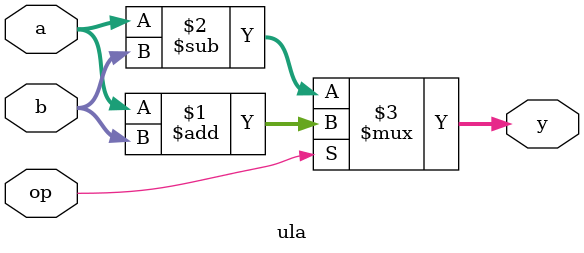
<source format=v>
module ula (
    input op,
    input [3:0] b,
    input [4:0] a,
    output [4:0] y
);

assign y = op ? (a + b) : (a - b);

endmodule
</source>
